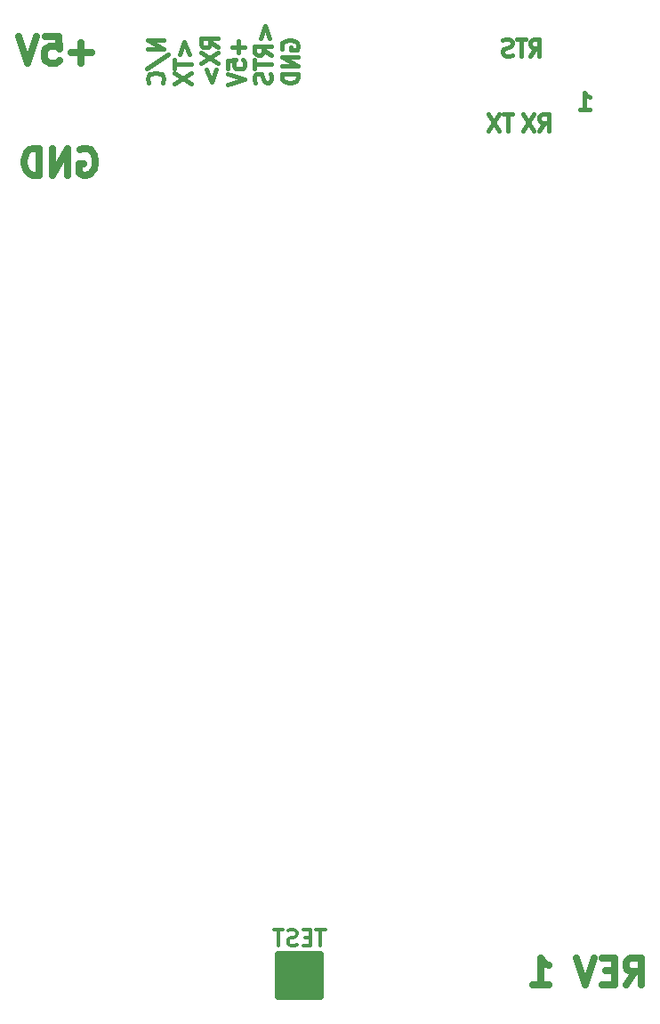
<source format=gbo>
G04 #@! TF.GenerationSoftware,KiCad,Pcbnew,(6.0.1)*
G04 #@! TF.CreationDate,2022-09-13T10:30:42-04:00*
G04 #@! TF.ProjectId,SIMPLE-6502,53494d50-4c45-42d3-9635-30322e6b6963,1*
G04 #@! TF.SameCoordinates,Original*
G04 #@! TF.FileFunction,Legend,Bot*
G04 #@! TF.FilePolarity,Positive*
%FSLAX46Y46*%
G04 Gerber Fmt 4.6, Leading zero omitted, Abs format (unit mm)*
G04 Created by KiCad (PCBNEW (6.0.1)) date 2022-09-13 10:30:42*
%MOMM*%
%LPD*%
G01*
G04 APERTURE LIST*
%ADD10C,0.381000*%
%ADD11C,0.635000*%
%ADD12C,0.304800*%
%ADD13C,0.650000*%
G04 APERTURE END LIST*
D10*
X158088007Y-53986195D02*
X158596007Y-53230243D01*
X158958864Y-53986195D02*
X158958864Y-52398695D01*
X158378292Y-52398695D01*
X158233150Y-52474291D01*
X158160578Y-52549886D01*
X158088007Y-52701076D01*
X158088007Y-52927862D01*
X158160578Y-53079052D01*
X158233150Y-53154648D01*
X158378292Y-53230243D01*
X158958864Y-53230243D01*
X157652578Y-52398695D02*
X156781721Y-52398695D01*
X157217150Y-53986195D02*
X157217150Y-52398695D01*
X156346292Y-53910600D02*
X156128578Y-53986195D01*
X155765721Y-53986195D01*
X155620578Y-53910600D01*
X155548007Y-53835005D01*
X155475435Y-53683814D01*
X155475435Y-53532624D01*
X155548007Y-53381433D01*
X155620578Y-53305838D01*
X155765721Y-53230243D01*
X156056007Y-53154648D01*
X156201150Y-53079052D01*
X156273721Y-53003457D01*
X156346292Y-52852267D01*
X156346292Y-52701076D01*
X156273721Y-52549886D01*
X156201150Y-52474291D01*
X156056007Y-52398695D01*
X155693150Y-52398695D01*
X155475435Y-52474291D01*
D11*
X116327988Y-53703469D02*
X114392750Y-53703469D01*
X115360369Y-54671088D02*
X115360369Y-52735850D01*
X111973702Y-52131088D02*
X113183226Y-52131088D01*
X113304178Y-53340612D01*
X113183226Y-53219660D01*
X112941321Y-53098707D01*
X112336559Y-53098707D01*
X112094654Y-53219660D01*
X111973702Y-53340612D01*
X111852750Y-53582517D01*
X111852750Y-54187279D01*
X111973702Y-54429183D01*
X112094654Y-54550136D01*
X112336559Y-54671088D01*
X112941321Y-54671088D01*
X113183226Y-54550136D01*
X113304178Y-54429183D01*
X111127035Y-52131088D02*
X110280369Y-54671088D01*
X109433702Y-52131088D01*
D10*
X156382578Y-59510695D02*
X155511721Y-59510695D01*
X155947150Y-61098195D02*
X155947150Y-59510695D01*
X155148864Y-59510695D02*
X154132864Y-61098195D01*
X154132864Y-59510695D02*
X155148864Y-61098195D01*
X123230967Y-52476105D02*
X121643467Y-52476105D01*
X123230967Y-53346962D01*
X121643467Y-53346962D01*
X121567872Y-55161248D02*
X123608943Y-53854962D01*
X123079777Y-56540105D02*
X123155372Y-56467533D01*
X123230967Y-56249819D01*
X123230967Y-56104676D01*
X123155372Y-55886962D01*
X123004182Y-55741819D01*
X122852991Y-55669248D01*
X122550610Y-55596676D01*
X122323824Y-55596676D01*
X122021443Y-55669248D01*
X121870253Y-55741819D01*
X121719063Y-55886962D01*
X121643467Y-56104676D01*
X121643467Y-56249819D01*
X121719063Y-56467533D01*
X121794658Y-56540105D01*
X124728509Y-53854962D02*
X125182080Y-52693819D01*
X125635652Y-53854962D01*
X124199342Y-54362962D02*
X124199342Y-55233819D01*
X125786842Y-54798391D02*
X124199342Y-54798391D01*
X124199342Y-55596676D02*
X125786842Y-56612676D01*
X124199342Y-56612676D02*
X125786842Y-55596676D01*
X128342717Y-53201819D02*
X127586765Y-52693819D01*
X128342717Y-52330962D02*
X126755217Y-52330962D01*
X126755217Y-52911533D01*
X126830813Y-53056676D01*
X126906408Y-53129248D01*
X127057598Y-53201819D01*
X127284384Y-53201819D01*
X127435574Y-53129248D01*
X127511170Y-53056676D01*
X127586765Y-52911533D01*
X127586765Y-52330962D01*
X126755217Y-53709819D02*
X128342717Y-54725819D01*
X126755217Y-54725819D02*
X128342717Y-53709819D01*
X127284384Y-55306391D02*
X127737955Y-56467533D01*
X128191527Y-55306391D01*
X130293830Y-52548676D02*
X130293830Y-53709819D01*
X130898592Y-53129248D02*
X129689068Y-53129248D01*
X129311092Y-55161248D02*
X129311092Y-54435533D01*
X130067045Y-54362962D01*
X129991449Y-54435533D01*
X129915854Y-54580676D01*
X129915854Y-54943533D01*
X129991449Y-55088676D01*
X130067045Y-55161248D01*
X130218235Y-55233819D01*
X130596211Y-55233819D01*
X130747402Y-55161248D01*
X130822997Y-55088676D01*
X130898592Y-54943533D01*
X130898592Y-54580676D01*
X130822997Y-54435533D01*
X130747402Y-54362962D01*
X129311092Y-55669248D02*
X130898592Y-56177248D01*
X129311092Y-56685248D01*
X132396134Y-52330962D02*
X132849705Y-51169819D01*
X133303277Y-52330962D01*
X133454467Y-53927533D02*
X132698515Y-53419533D01*
X133454467Y-53056676D02*
X131866967Y-53056676D01*
X131866967Y-53637248D01*
X131942563Y-53782391D01*
X132018158Y-53854962D01*
X132169348Y-53927533D01*
X132396134Y-53927533D01*
X132547324Y-53854962D01*
X132622920Y-53782391D01*
X132698515Y-53637248D01*
X132698515Y-53056676D01*
X131866967Y-54362962D02*
X131866967Y-55233819D01*
X133454467Y-54798391D02*
X131866967Y-54798391D01*
X133378872Y-55669248D02*
X133454467Y-55886962D01*
X133454467Y-56249819D01*
X133378872Y-56394962D01*
X133303277Y-56467533D01*
X133152086Y-56540105D01*
X133000896Y-56540105D01*
X132849705Y-56467533D01*
X132774110Y-56394962D01*
X132698515Y-56249819D01*
X132622920Y-55959533D01*
X132547324Y-55814391D01*
X132471729Y-55741819D01*
X132320539Y-55669248D01*
X132169348Y-55669248D01*
X132018158Y-55741819D01*
X131942563Y-55814391D01*
X131866967Y-55959533D01*
X131866967Y-56322391D01*
X131942563Y-56540105D01*
X134498438Y-53346962D02*
X134422842Y-53201819D01*
X134422842Y-52984105D01*
X134498438Y-52766391D01*
X134649628Y-52621248D01*
X134800818Y-52548676D01*
X135103199Y-52476105D01*
X135329985Y-52476105D01*
X135632366Y-52548676D01*
X135783557Y-52621248D01*
X135934747Y-52766391D01*
X136010342Y-52984105D01*
X136010342Y-53129248D01*
X135934747Y-53346962D01*
X135859152Y-53419533D01*
X135329985Y-53419533D01*
X135329985Y-53129248D01*
X136010342Y-54072676D02*
X134422842Y-54072676D01*
X136010342Y-54943533D01*
X134422842Y-54943533D01*
X136010342Y-55669248D02*
X134422842Y-55669248D01*
X134422842Y-56032105D01*
X134498438Y-56249819D01*
X134649628Y-56394962D01*
X134800818Y-56467533D01*
X135103199Y-56540105D01*
X135329985Y-56540105D01*
X135632366Y-56467533D01*
X135783557Y-56394962D01*
X135934747Y-56249819D01*
X136010342Y-56032105D01*
X136010342Y-55669248D01*
D11*
X167203583Y-142301088D02*
X168050250Y-141091564D01*
X168655011Y-142301088D02*
X168655011Y-139761088D01*
X167687392Y-139761088D01*
X167445488Y-139882041D01*
X167324535Y-140002993D01*
X167203583Y-140244898D01*
X167203583Y-140607755D01*
X167324535Y-140849660D01*
X167445488Y-140970612D01*
X167687392Y-141091564D01*
X168655011Y-141091564D01*
X166115011Y-140970612D02*
X165268345Y-140970612D01*
X164905488Y-142301088D02*
X166115011Y-142301088D01*
X166115011Y-139761088D01*
X164905488Y-139761088D01*
X164179773Y-139761088D02*
X163333107Y-142301088D01*
X162486440Y-139761088D01*
X158374059Y-142301088D02*
X159825488Y-142301088D01*
X159099773Y-142301088D02*
X159099773Y-139761088D01*
X159341678Y-140123945D01*
X159583583Y-140365850D01*
X159825488Y-140486802D01*
D10*
X158958864Y-61098195D02*
X159466864Y-60342243D01*
X159829721Y-61098195D02*
X159829721Y-59510695D01*
X159249150Y-59510695D01*
X159104007Y-59586291D01*
X159031435Y-59661886D01*
X158958864Y-59813076D01*
X158958864Y-60039862D01*
X159031435Y-60191052D01*
X159104007Y-60266648D01*
X159249150Y-60342243D01*
X159829721Y-60342243D01*
X158450864Y-59510695D02*
X157434864Y-61098195D01*
X157434864Y-59510695D02*
X158450864Y-61098195D01*
D11*
X115251511Y-62920041D02*
X115493416Y-62799088D01*
X115856273Y-62799088D01*
X116219130Y-62920041D01*
X116461035Y-63161945D01*
X116581988Y-63403850D01*
X116702940Y-63887660D01*
X116702940Y-64250517D01*
X116581988Y-64734326D01*
X116461035Y-64976231D01*
X116219130Y-65218136D01*
X115856273Y-65339088D01*
X115614369Y-65339088D01*
X115251511Y-65218136D01*
X115130559Y-65097183D01*
X115130559Y-64250517D01*
X115614369Y-64250517D01*
X114041988Y-65339088D02*
X114041988Y-62799088D01*
X112590559Y-65339088D01*
X112590559Y-62799088D01*
X111381035Y-65339088D02*
X111381035Y-62799088D01*
X110776273Y-62799088D01*
X110413416Y-62920041D01*
X110171511Y-63161945D01*
X110050559Y-63403850D01*
X109929607Y-63887660D01*
X109929607Y-64250517D01*
X110050559Y-64734326D01*
X110171511Y-64976231D01*
X110413416Y-65218136D01*
X110776273Y-65339088D01*
X111381035Y-65339088D01*
D10*
X162841435Y-59066195D02*
X163712292Y-59066195D01*
X163276864Y-59066195D02*
X163276864Y-57478695D01*
X163422007Y-57705481D01*
X163567150Y-57856671D01*
X163712292Y-57932267D01*
D12*
X138572642Y-137071469D02*
X137701785Y-137071469D01*
X138137214Y-138595469D02*
X138137214Y-137071469D01*
X137193785Y-137797183D02*
X136685785Y-137797183D01*
X136468071Y-138595469D02*
X137193785Y-138595469D01*
X137193785Y-137071469D01*
X136468071Y-137071469D01*
X135887500Y-138522898D02*
X135669785Y-138595469D01*
X135306928Y-138595469D01*
X135161785Y-138522898D01*
X135089214Y-138450326D01*
X135016642Y-138305183D01*
X135016642Y-138160041D01*
X135089214Y-138014898D01*
X135161785Y-137942326D01*
X135306928Y-137869755D01*
X135597214Y-137797183D01*
X135742357Y-137724612D01*
X135814928Y-137652041D01*
X135887500Y-137506898D01*
X135887500Y-137361755D01*
X135814928Y-137216612D01*
X135742357Y-137144041D01*
X135597214Y-137071469D01*
X135234357Y-137071469D01*
X135016642Y-137144041D01*
X134581214Y-137071469D02*
X133710357Y-137071469D01*
X134145785Y-138595469D02*
X134145785Y-137071469D01*
D13*
X134141500Y-140906041D02*
X138141500Y-140906041D01*
X138141500Y-140406041D02*
X134141500Y-140406041D01*
X134141500Y-141406041D02*
X134141500Y-141906041D01*
X138141500Y-140906041D02*
X138141500Y-141406041D01*
X134141500Y-142906041D02*
X138141500Y-142906041D01*
X138141500Y-143406041D02*
X134141500Y-143406041D01*
X138141500Y-142406041D02*
X134141500Y-142406041D01*
X134141500Y-139406041D02*
X138141500Y-139406041D01*
X137641500Y-141906041D02*
X138141500Y-141906041D01*
X134141500Y-140406041D02*
X134141500Y-140906041D01*
X138141500Y-141406041D02*
X134141500Y-141406041D01*
X134141500Y-141906041D02*
X137641500Y-141906041D01*
X138141500Y-139906041D02*
X138141500Y-140406041D01*
X134141500Y-139406041D02*
X134141500Y-139906041D01*
X138141500Y-141906041D02*
X138141500Y-142406041D01*
X134141500Y-143406041D02*
X134141500Y-139406041D01*
X138141500Y-139406041D02*
X138141500Y-143406041D01*
X134141500Y-139906041D02*
X138141500Y-139906041D01*
X134141500Y-142406041D02*
X134141500Y-142906041D01*
M02*

</source>
